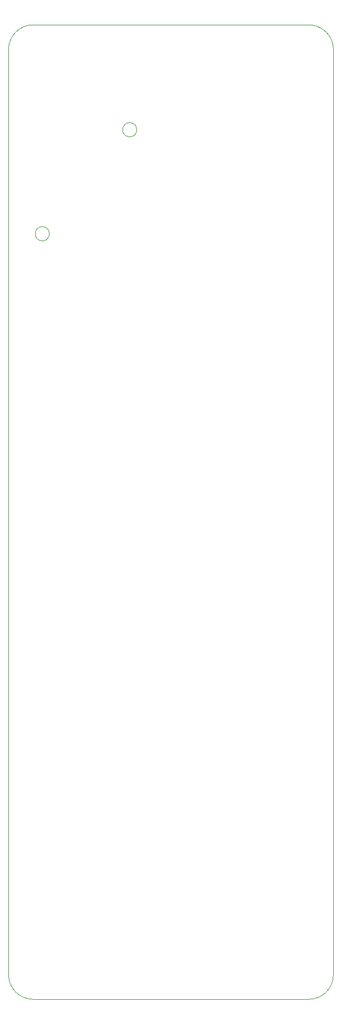
<source format=gbr>
%TF.GenerationSoftware,KiCad,Pcbnew,7.0.2*%
%TF.CreationDate,2023-06-22T18:12:30-04:00*%
%TF.ProjectId,ProtogenBackpackPCB,50726f74-6f67-4656-9e42-61636b706163,rev?*%
%TF.SameCoordinates,Original*%
%TF.FileFunction,Profile,NP*%
%FSLAX46Y46*%
G04 Gerber Fmt 4.6, Leading zero omitted, Abs format (unit mm)*
G04 Created by KiCad (PCBNEW 7.0.2) date 2023-06-22 18:12:30*
%MOMM*%
%LPD*%
G01*
G04 APERTURE LIST*
%TA.AperFunction,Profile*%
%ADD10C,0.101600*%
%TD*%
%TA.AperFunction,Profile*%
%ADD11C,0.120000*%
%TD*%
G04 APERTURE END LIST*
D10*
X118110000Y-25400002D02*
G75*
G03*
X114300000Y-29210000I-2J-3809998D01*
G01*
X164337998Y-29210000D02*
G75*
G03*
X160528000Y-25400000I-3809998J2D01*
G01*
X160528000Y-175259998D02*
G75*
G03*
X164338000Y-171450000I2J3809998D01*
G01*
X114300002Y-171450000D02*
G75*
G03*
X118110000Y-175260000I3809998J-2D01*
G01*
X114300000Y-171450000D02*
X114300000Y-29210000D01*
X160528000Y-175260000D02*
X118110000Y-175260000D01*
X164338000Y-29210000D02*
X164338000Y-171450000D01*
X118110000Y-25400000D02*
X160528000Y-25400000D01*
D11*
%TO.C,J2*%
X120599200Y-57531000D02*
G75*
G03*
X120599200Y-57531000I-1092200J0D01*
G01*
X134061200Y-41529000D02*
G75*
G03*
X134061200Y-41529000I-1092200J0D01*
G01*
%TD*%
M02*

</source>
